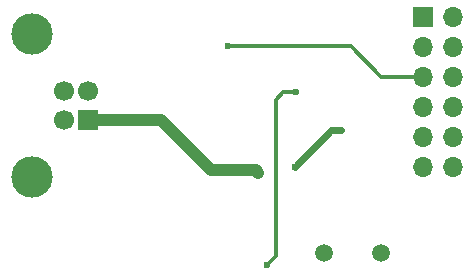
<source format=gbr>
%TF.GenerationSoftware,KiCad,Pcbnew,9.0.0*%
%TF.CreationDate,2025-03-23T19:11:54-07:00*%
%TF.ProjectId,SMRRC_USB,534d5252-435f-4555-9342-2e6b69636164,n/c*%
%TF.SameCoordinates,Original*%
%TF.FileFunction,Copper,L2,Bot*%
%TF.FilePolarity,Positive*%
%FSLAX46Y46*%
G04 Gerber Fmt 4.6, Leading zero omitted, Abs format (unit mm)*
G04 Created by KiCad (PCBNEW 9.0.0) date 2025-03-23 19:11:54*
%MOMM*%
%LPD*%
G01*
G04 APERTURE LIST*
%TA.AperFunction,ComponentPad*%
%ADD10C,1.500000*%
%TD*%
%TA.AperFunction,ComponentPad*%
%ADD11R,1.700000X1.700000*%
%TD*%
%TA.AperFunction,ComponentPad*%
%ADD12O,1.700000X1.700000*%
%TD*%
%TA.AperFunction,ComponentPad*%
%ADD13C,1.700000*%
%TD*%
%TA.AperFunction,ComponentPad*%
%ADD14C,3.500000*%
%TD*%
%TA.AperFunction,ViaPad*%
%ADD15C,0.600000*%
%TD*%
%TA.AperFunction,Conductor*%
%ADD16C,0.600000*%
%TD*%
%TA.AperFunction,Conductor*%
%ADD17C,1.000000*%
%TD*%
%TA.AperFunction,Conductor*%
%ADD18C,0.300000*%
%TD*%
G04 APERTURE END LIST*
D10*
%TO.P,Y1,1,1*%
%TO.N,Net-(U1-OSC2)*%
X149450000Y-97000000D03*
%TO.P,Y1,2,2*%
%TO.N,Net-(U1-OSC1)*%
X144570000Y-97000000D03*
%TD*%
D11*
%TO.P,J2,1,Pin_1*%
%TO.N,unconnected-(J2-Pin_1-Pad1)*%
X153000000Y-77000000D03*
D12*
%TO.P,J2,2,Pin_2*%
%TO.N,unconnected-(J2-Pin_2-Pad2)*%
X155540000Y-77000000D03*
%TO.P,J2,3,Pin_3*%
%TO.N,GND*%
X153000000Y-79540000D03*
%TO.P,J2,4,Pin_4*%
X155540000Y-79540000D03*
%TO.P,J2,5,Pin_5*%
%TO.N,Net-(J2-Pin_5)*%
X153000000Y-82080000D03*
%TO.P,J2,6,Pin_6*%
%TO.N,Net-(J2-Pin_6)*%
X155540000Y-82080000D03*
%TO.P,J2,7,Pin_7*%
%TO.N,unconnected-(J2-Pin_7-Pad7)*%
X153000000Y-84620000D03*
%TO.P,J2,8,Pin_8*%
%TO.N,unconnected-(J2-Pin_8-Pad8)*%
X155540000Y-84620000D03*
%TO.P,J2,9,Pin_9*%
%TO.N,unconnected-(J2-Pin_9-Pad9)*%
X153000000Y-87160000D03*
%TO.P,J2,10,Pin_10*%
%TO.N,unconnected-(J2-Pin_10-Pad10)*%
X155540000Y-87160000D03*
%TO.P,J2,11,Pin_11*%
%TO.N,unconnected-(J2-Pin_11-Pad11)*%
X153000000Y-89700000D03*
%TO.P,J2,12,Pin_12*%
%TO.N,unconnected-(J2-Pin_12-Pad12)*%
X155540000Y-89700000D03*
%TD*%
D11*
%TO.P,J1,1,VBUS*%
%TO.N,+5V*%
X124577500Y-85750000D03*
D13*
%TO.P,J1,2,D-*%
%TO.N,Net-(J1-D-)*%
X124577500Y-83250000D03*
%TO.P,J1,3,D+*%
%TO.N,Net-(J1-D+)*%
X122577500Y-83250000D03*
%TO.P,J1,4,GND*%
%TO.N,GND*%
X122577500Y-85750000D03*
D14*
%TO.P,J1,5,Shield*%
X119867500Y-90520000D03*
X119867500Y-78480000D03*
%TD*%
D15*
%TO.N,+5V*%
X146000000Y-86600000D03*
X142100000Y-89715000D03*
X139037500Y-90212500D03*
%TO.N,Net-(D1-A)*%
X142250000Y-83365000D03*
X139750000Y-98000000D03*
%TO.N,Net-(J2-Pin_5)*%
X136500000Y-79500000D03*
%TD*%
D16*
%TO.N,+5V*%
X145215000Y-86600000D02*
X142100000Y-89715000D01*
X146000000Y-86600000D02*
X145215000Y-86600000D01*
D17*
X130750000Y-85750000D02*
X135000000Y-90000000D01*
X138825000Y-90000000D02*
X139037500Y-90212500D01*
X124577500Y-85750000D02*
X130750000Y-85750000D01*
X135000000Y-90000000D02*
X138825000Y-90000000D01*
D18*
%TO.N,Net-(D1-A)*%
X140500000Y-97250000D02*
X140500000Y-84000000D01*
X140500000Y-84000000D02*
X141135000Y-83365000D01*
X139750000Y-98000000D02*
X140500000Y-97250000D01*
X141135000Y-83365000D02*
X142250000Y-83365000D01*
%TO.N,Net-(J2-Pin_5)*%
X153000000Y-82080000D02*
X149420000Y-82080000D01*
X149420000Y-82080000D02*
X146840000Y-79500000D01*
X146840000Y-79500000D02*
X136500000Y-79500000D01*
%TD*%
M02*

</source>
